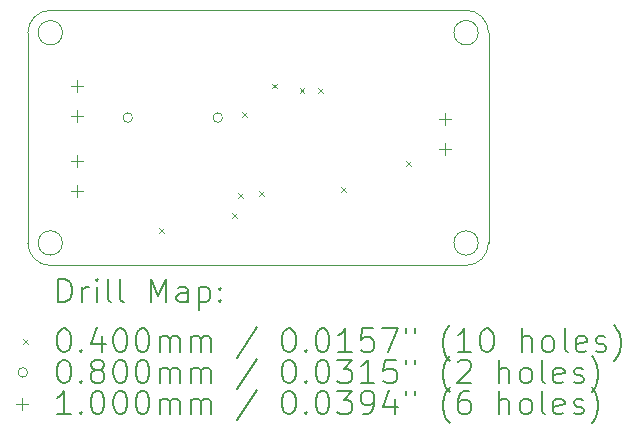
<source format=gbr>
%TF.GenerationSoftware,KiCad,Pcbnew,9.0.1*%
%TF.CreationDate,2025-07-01T21:06:53-04:00*%
%TF.ProjectId,Tiny Solar Power Suppy,54696e79-2053-46f6-9c61-7220506f7765,rev?*%
%TF.SameCoordinates,Original*%
%TF.FileFunction,Drillmap*%
%TF.FilePolarity,Positive*%
%FSLAX45Y45*%
G04 Gerber Fmt 4.5, Leading zero omitted, Abs format (unit mm)*
G04 Created by KiCad (PCBNEW 9.0.1) date 2025-07-01 21:06:53*
%MOMM*%
%LPD*%
G01*
G04 APERTURE LIST*
%ADD10C,0.050000*%
%ADD11C,0.200000*%
%ADD12C,0.100000*%
G04 APERTURE END LIST*
D10*
X9090000Y-13130000D02*
X9090000Y-11350000D01*
X12800000Y-13320000D02*
X9280000Y-13320000D01*
X12990000Y-11350000D02*
X12990000Y-13130000D01*
X9280000Y-11160000D02*
X12800000Y-11160000D01*
X9090000Y-11350000D02*
G75*
G02*
X9280000Y-11160000I190000J0D01*
G01*
X9280000Y-13320000D02*
G75*
G02*
X9090000Y-13130000I0J190000D01*
G01*
X12990000Y-13130000D02*
G75*
G02*
X12800000Y-13320000I-190000J0D01*
G01*
X12800000Y-11160000D02*
G75*
G02*
X12990000Y-11350000I0J-190000D01*
G01*
X9382956Y-13130000D02*
G75*
G02*
X9177044Y-13130000I-102956J0D01*
G01*
X9177044Y-13130000D02*
G75*
G02*
X9382956Y-13130000I102956J0D01*
G01*
X12902956Y-11350000D02*
G75*
G02*
X12697044Y-11350000I-102956J0D01*
G01*
X12697044Y-11350000D02*
G75*
G02*
X12902956Y-11350000I102956J0D01*
G01*
X9382956Y-11350000D02*
G75*
G02*
X9177044Y-11350000I-102956J0D01*
G01*
X9177044Y-11350000D02*
G75*
G02*
X9382956Y-11350000I102956J0D01*
G01*
X12902956Y-13130000D02*
G75*
G02*
X12697044Y-13130000I-102956J0D01*
G01*
X12697044Y-13130000D02*
G75*
G02*
X12902956Y-13130000I102956J0D01*
G01*
D11*
D12*
X10200000Y-13002600D02*
X10240000Y-13042600D01*
X10240000Y-13002600D02*
X10200000Y-13042600D01*
X10820000Y-12880000D02*
X10860000Y-12920000D01*
X10860000Y-12880000D02*
X10820000Y-12920000D01*
X10870000Y-12710000D02*
X10910000Y-12750000D01*
X10910000Y-12710000D02*
X10870000Y-12750000D01*
X10901250Y-12021250D02*
X10941250Y-12061250D01*
X10941250Y-12021250D02*
X10901250Y-12061250D01*
X11045000Y-12690000D02*
X11085000Y-12730000D01*
X11085000Y-12690000D02*
X11045000Y-12730000D01*
X11160000Y-11780000D02*
X11200000Y-11820000D01*
X11200000Y-11780000D02*
X11160000Y-11820000D01*
X11390780Y-11820000D02*
X11430780Y-11860000D01*
X11430780Y-11820000D02*
X11390780Y-11860000D01*
X11545780Y-11820000D02*
X11585780Y-11860000D01*
X11585780Y-11820000D02*
X11545780Y-11860000D01*
X11742500Y-12657500D02*
X11782500Y-12697500D01*
X11782500Y-12657500D02*
X11742500Y-12697500D01*
X12290000Y-12440000D02*
X12330000Y-12480000D01*
X12330000Y-12440000D02*
X12290000Y-12480000D01*
X9975500Y-12068750D02*
G75*
G02*
X9895500Y-12068750I-40000J0D01*
G01*
X9895500Y-12068750D02*
G75*
G02*
X9975500Y-12068750I40000J0D01*
G01*
X10737500Y-12068750D02*
G75*
G02*
X10657500Y-12068750I-40000J0D01*
G01*
X10657500Y-12068750D02*
G75*
G02*
X10737500Y-12068750I40000J0D01*
G01*
X9508500Y-11750000D02*
X9508500Y-11850000D01*
X9458500Y-11800000D02*
X9558500Y-11800000D01*
X9508500Y-12004000D02*
X9508500Y-12104000D01*
X9458500Y-12054000D02*
X9558500Y-12054000D01*
X9508500Y-12386000D02*
X9508500Y-12486000D01*
X9458500Y-12436000D02*
X9558500Y-12436000D01*
X9508500Y-12640000D02*
X9508500Y-12740000D01*
X9458500Y-12690000D02*
X9558500Y-12690000D01*
X12620000Y-12030000D02*
X12620000Y-12130000D01*
X12570000Y-12080000D02*
X12670000Y-12080000D01*
X12620000Y-12284000D02*
X12620000Y-12384000D01*
X12570000Y-12334000D02*
X12670000Y-12334000D01*
D11*
X9348277Y-13633984D02*
X9348277Y-13433984D01*
X9348277Y-13433984D02*
X9395896Y-13433984D01*
X9395896Y-13433984D02*
X9424467Y-13443508D01*
X9424467Y-13443508D02*
X9443515Y-13462555D01*
X9443515Y-13462555D02*
X9453039Y-13481603D01*
X9453039Y-13481603D02*
X9462563Y-13519698D01*
X9462563Y-13519698D02*
X9462563Y-13548269D01*
X9462563Y-13548269D02*
X9453039Y-13586365D01*
X9453039Y-13586365D02*
X9443515Y-13605412D01*
X9443515Y-13605412D02*
X9424467Y-13624460D01*
X9424467Y-13624460D02*
X9395896Y-13633984D01*
X9395896Y-13633984D02*
X9348277Y-13633984D01*
X9548277Y-13633984D02*
X9548277Y-13500650D01*
X9548277Y-13538746D02*
X9557801Y-13519698D01*
X9557801Y-13519698D02*
X9567324Y-13510174D01*
X9567324Y-13510174D02*
X9586372Y-13500650D01*
X9586372Y-13500650D02*
X9605420Y-13500650D01*
X9672086Y-13633984D02*
X9672086Y-13500650D01*
X9672086Y-13433984D02*
X9662563Y-13443508D01*
X9662563Y-13443508D02*
X9672086Y-13453031D01*
X9672086Y-13453031D02*
X9681610Y-13443508D01*
X9681610Y-13443508D02*
X9672086Y-13433984D01*
X9672086Y-13433984D02*
X9672086Y-13453031D01*
X9795896Y-13633984D02*
X9776848Y-13624460D01*
X9776848Y-13624460D02*
X9767324Y-13605412D01*
X9767324Y-13605412D02*
X9767324Y-13433984D01*
X9900658Y-13633984D02*
X9881610Y-13624460D01*
X9881610Y-13624460D02*
X9872086Y-13605412D01*
X9872086Y-13605412D02*
X9872086Y-13433984D01*
X10129229Y-13633984D02*
X10129229Y-13433984D01*
X10129229Y-13433984D02*
X10195896Y-13576841D01*
X10195896Y-13576841D02*
X10262563Y-13433984D01*
X10262563Y-13433984D02*
X10262563Y-13633984D01*
X10443515Y-13633984D02*
X10443515Y-13529222D01*
X10443515Y-13529222D02*
X10433991Y-13510174D01*
X10433991Y-13510174D02*
X10414944Y-13500650D01*
X10414944Y-13500650D02*
X10376848Y-13500650D01*
X10376848Y-13500650D02*
X10357801Y-13510174D01*
X10443515Y-13624460D02*
X10424467Y-13633984D01*
X10424467Y-13633984D02*
X10376848Y-13633984D01*
X10376848Y-13633984D02*
X10357801Y-13624460D01*
X10357801Y-13624460D02*
X10348277Y-13605412D01*
X10348277Y-13605412D02*
X10348277Y-13586365D01*
X10348277Y-13586365D02*
X10357801Y-13567317D01*
X10357801Y-13567317D02*
X10376848Y-13557793D01*
X10376848Y-13557793D02*
X10424467Y-13557793D01*
X10424467Y-13557793D02*
X10443515Y-13548269D01*
X10538753Y-13500650D02*
X10538753Y-13700650D01*
X10538753Y-13510174D02*
X10557801Y-13500650D01*
X10557801Y-13500650D02*
X10595896Y-13500650D01*
X10595896Y-13500650D02*
X10614944Y-13510174D01*
X10614944Y-13510174D02*
X10624467Y-13519698D01*
X10624467Y-13519698D02*
X10633991Y-13538746D01*
X10633991Y-13538746D02*
X10633991Y-13595888D01*
X10633991Y-13595888D02*
X10624467Y-13614936D01*
X10624467Y-13614936D02*
X10614944Y-13624460D01*
X10614944Y-13624460D02*
X10595896Y-13633984D01*
X10595896Y-13633984D02*
X10557801Y-13633984D01*
X10557801Y-13633984D02*
X10538753Y-13624460D01*
X10719705Y-13614936D02*
X10729229Y-13624460D01*
X10729229Y-13624460D02*
X10719705Y-13633984D01*
X10719705Y-13633984D02*
X10710182Y-13624460D01*
X10710182Y-13624460D02*
X10719705Y-13614936D01*
X10719705Y-13614936D02*
X10719705Y-13633984D01*
X10719705Y-13510174D02*
X10729229Y-13519698D01*
X10729229Y-13519698D02*
X10719705Y-13529222D01*
X10719705Y-13529222D02*
X10710182Y-13519698D01*
X10710182Y-13519698D02*
X10719705Y-13510174D01*
X10719705Y-13510174D02*
X10719705Y-13529222D01*
D12*
X9047500Y-13942500D02*
X9087500Y-13982500D01*
X9087500Y-13942500D02*
X9047500Y-13982500D01*
D11*
X9386372Y-13853984D02*
X9405420Y-13853984D01*
X9405420Y-13853984D02*
X9424467Y-13863508D01*
X9424467Y-13863508D02*
X9433991Y-13873031D01*
X9433991Y-13873031D02*
X9443515Y-13892079D01*
X9443515Y-13892079D02*
X9453039Y-13930174D01*
X9453039Y-13930174D02*
X9453039Y-13977793D01*
X9453039Y-13977793D02*
X9443515Y-14015888D01*
X9443515Y-14015888D02*
X9433991Y-14034936D01*
X9433991Y-14034936D02*
X9424467Y-14044460D01*
X9424467Y-14044460D02*
X9405420Y-14053984D01*
X9405420Y-14053984D02*
X9386372Y-14053984D01*
X9386372Y-14053984D02*
X9367324Y-14044460D01*
X9367324Y-14044460D02*
X9357801Y-14034936D01*
X9357801Y-14034936D02*
X9348277Y-14015888D01*
X9348277Y-14015888D02*
X9338753Y-13977793D01*
X9338753Y-13977793D02*
X9338753Y-13930174D01*
X9338753Y-13930174D02*
X9348277Y-13892079D01*
X9348277Y-13892079D02*
X9357801Y-13873031D01*
X9357801Y-13873031D02*
X9367324Y-13863508D01*
X9367324Y-13863508D02*
X9386372Y-13853984D01*
X9538753Y-14034936D02*
X9548277Y-14044460D01*
X9548277Y-14044460D02*
X9538753Y-14053984D01*
X9538753Y-14053984D02*
X9529229Y-14044460D01*
X9529229Y-14044460D02*
X9538753Y-14034936D01*
X9538753Y-14034936D02*
X9538753Y-14053984D01*
X9719705Y-13920650D02*
X9719705Y-14053984D01*
X9672086Y-13844460D02*
X9624467Y-13987317D01*
X9624467Y-13987317D02*
X9748277Y-13987317D01*
X9862563Y-13853984D02*
X9881610Y-13853984D01*
X9881610Y-13853984D02*
X9900658Y-13863508D01*
X9900658Y-13863508D02*
X9910182Y-13873031D01*
X9910182Y-13873031D02*
X9919705Y-13892079D01*
X9919705Y-13892079D02*
X9929229Y-13930174D01*
X9929229Y-13930174D02*
X9929229Y-13977793D01*
X9929229Y-13977793D02*
X9919705Y-14015888D01*
X9919705Y-14015888D02*
X9910182Y-14034936D01*
X9910182Y-14034936D02*
X9900658Y-14044460D01*
X9900658Y-14044460D02*
X9881610Y-14053984D01*
X9881610Y-14053984D02*
X9862563Y-14053984D01*
X9862563Y-14053984D02*
X9843515Y-14044460D01*
X9843515Y-14044460D02*
X9833991Y-14034936D01*
X9833991Y-14034936D02*
X9824467Y-14015888D01*
X9824467Y-14015888D02*
X9814944Y-13977793D01*
X9814944Y-13977793D02*
X9814944Y-13930174D01*
X9814944Y-13930174D02*
X9824467Y-13892079D01*
X9824467Y-13892079D02*
X9833991Y-13873031D01*
X9833991Y-13873031D02*
X9843515Y-13863508D01*
X9843515Y-13863508D02*
X9862563Y-13853984D01*
X10053039Y-13853984D02*
X10072086Y-13853984D01*
X10072086Y-13853984D02*
X10091134Y-13863508D01*
X10091134Y-13863508D02*
X10100658Y-13873031D01*
X10100658Y-13873031D02*
X10110182Y-13892079D01*
X10110182Y-13892079D02*
X10119705Y-13930174D01*
X10119705Y-13930174D02*
X10119705Y-13977793D01*
X10119705Y-13977793D02*
X10110182Y-14015888D01*
X10110182Y-14015888D02*
X10100658Y-14034936D01*
X10100658Y-14034936D02*
X10091134Y-14044460D01*
X10091134Y-14044460D02*
X10072086Y-14053984D01*
X10072086Y-14053984D02*
X10053039Y-14053984D01*
X10053039Y-14053984D02*
X10033991Y-14044460D01*
X10033991Y-14044460D02*
X10024467Y-14034936D01*
X10024467Y-14034936D02*
X10014944Y-14015888D01*
X10014944Y-14015888D02*
X10005420Y-13977793D01*
X10005420Y-13977793D02*
X10005420Y-13930174D01*
X10005420Y-13930174D02*
X10014944Y-13892079D01*
X10014944Y-13892079D02*
X10024467Y-13873031D01*
X10024467Y-13873031D02*
X10033991Y-13863508D01*
X10033991Y-13863508D02*
X10053039Y-13853984D01*
X10205420Y-14053984D02*
X10205420Y-13920650D01*
X10205420Y-13939698D02*
X10214944Y-13930174D01*
X10214944Y-13930174D02*
X10233991Y-13920650D01*
X10233991Y-13920650D02*
X10262563Y-13920650D01*
X10262563Y-13920650D02*
X10281610Y-13930174D01*
X10281610Y-13930174D02*
X10291134Y-13949222D01*
X10291134Y-13949222D02*
X10291134Y-14053984D01*
X10291134Y-13949222D02*
X10300658Y-13930174D01*
X10300658Y-13930174D02*
X10319705Y-13920650D01*
X10319705Y-13920650D02*
X10348277Y-13920650D01*
X10348277Y-13920650D02*
X10367325Y-13930174D01*
X10367325Y-13930174D02*
X10376848Y-13949222D01*
X10376848Y-13949222D02*
X10376848Y-14053984D01*
X10472086Y-14053984D02*
X10472086Y-13920650D01*
X10472086Y-13939698D02*
X10481610Y-13930174D01*
X10481610Y-13930174D02*
X10500658Y-13920650D01*
X10500658Y-13920650D02*
X10529229Y-13920650D01*
X10529229Y-13920650D02*
X10548277Y-13930174D01*
X10548277Y-13930174D02*
X10557801Y-13949222D01*
X10557801Y-13949222D02*
X10557801Y-14053984D01*
X10557801Y-13949222D02*
X10567325Y-13930174D01*
X10567325Y-13930174D02*
X10586372Y-13920650D01*
X10586372Y-13920650D02*
X10614944Y-13920650D01*
X10614944Y-13920650D02*
X10633991Y-13930174D01*
X10633991Y-13930174D02*
X10643515Y-13949222D01*
X10643515Y-13949222D02*
X10643515Y-14053984D01*
X11033991Y-13844460D02*
X10862563Y-14101603D01*
X11291134Y-13853984D02*
X11310182Y-13853984D01*
X11310182Y-13853984D02*
X11329229Y-13863508D01*
X11329229Y-13863508D02*
X11338753Y-13873031D01*
X11338753Y-13873031D02*
X11348277Y-13892079D01*
X11348277Y-13892079D02*
X11357801Y-13930174D01*
X11357801Y-13930174D02*
X11357801Y-13977793D01*
X11357801Y-13977793D02*
X11348277Y-14015888D01*
X11348277Y-14015888D02*
X11338753Y-14034936D01*
X11338753Y-14034936D02*
X11329229Y-14044460D01*
X11329229Y-14044460D02*
X11310182Y-14053984D01*
X11310182Y-14053984D02*
X11291134Y-14053984D01*
X11291134Y-14053984D02*
X11272086Y-14044460D01*
X11272086Y-14044460D02*
X11262563Y-14034936D01*
X11262563Y-14034936D02*
X11253039Y-14015888D01*
X11253039Y-14015888D02*
X11243515Y-13977793D01*
X11243515Y-13977793D02*
X11243515Y-13930174D01*
X11243515Y-13930174D02*
X11253039Y-13892079D01*
X11253039Y-13892079D02*
X11262563Y-13873031D01*
X11262563Y-13873031D02*
X11272086Y-13863508D01*
X11272086Y-13863508D02*
X11291134Y-13853984D01*
X11443515Y-14034936D02*
X11453039Y-14044460D01*
X11453039Y-14044460D02*
X11443515Y-14053984D01*
X11443515Y-14053984D02*
X11433991Y-14044460D01*
X11433991Y-14044460D02*
X11443515Y-14034936D01*
X11443515Y-14034936D02*
X11443515Y-14053984D01*
X11576848Y-13853984D02*
X11595896Y-13853984D01*
X11595896Y-13853984D02*
X11614944Y-13863508D01*
X11614944Y-13863508D02*
X11624467Y-13873031D01*
X11624467Y-13873031D02*
X11633991Y-13892079D01*
X11633991Y-13892079D02*
X11643515Y-13930174D01*
X11643515Y-13930174D02*
X11643515Y-13977793D01*
X11643515Y-13977793D02*
X11633991Y-14015888D01*
X11633991Y-14015888D02*
X11624467Y-14034936D01*
X11624467Y-14034936D02*
X11614944Y-14044460D01*
X11614944Y-14044460D02*
X11595896Y-14053984D01*
X11595896Y-14053984D02*
X11576848Y-14053984D01*
X11576848Y-14053984D02*
X11557801Y-14044460D01*
X11557801Y-14044460D02*
X11548277Y-14034936D01*
X11548277Y-14034936D02*
X11538753Y-14015888D01*
X11538753Y-14015888D02*
X11529229Y-13977793D01*
X11529229Y-13977793D02*
X11529229Y-13930174D01*
X11529229Y-13930174D02*
X11538753Y-13892079D01*
X11538753Y-13892079D02*
X11548277Y-13873031D01*
X11548277Y-13873031D02*
X11557801Y-13863508D01*
X11557801Y-13863508D02*
X11576848Y-13853984D01*
X11833991Y-14053984D02*
X11719706Y-14053984D01*
X11776848Y-14053984D02*
X11776848Y-13853984D01*
X11776848Y-13853984D02*
X11757801Y-13882555D01*
X11757801Y-13882555D02*
X11738753Y-13901603D01*
X11738753Y-13901603D02*
X11719706Y-13911127D01*
X12014944Y-13853984D02*
X11919706Y-13853984D01*
X11919706Y-13853984D02*
X11910182Y-13949222D01*
X11910182Y-13949222D02*
X11919706Y-13939698D01*
X11919706Y-13939698D02*
X11938753Y-13930174D01*
X11938753Y-13930174D02*
X11986372Y-13930174D01*
X11986372Y-13930174D02*
X12005420Y-13939698D01*
X12005420Y-13939698D02*
X12014944Y-13949222D01*
X12014944Y-13949222D02*
X12024467Y-13968269D01*
X12024467Y-13968269D02*
X12024467Y-14015888D01*
X12024467Y-14015888D02*
X12014944Y-14034936D01*
X12014944Y-14034936D02*
X12005420Y-14044460D01*
X12005420Y-14044460D02*
X11986372Y-14053984D01*
X11986372Y-14053984D02*
X11938753Y-14053984D01*
X11938753Y-14053984D02*
X11919706Y-14044460D01*
X11919706Y-14044460D02*
X11910182Y-14034936D01*
X12091134Y-13853984D02*
X12224467Y-13853984D01*
X12224467Y-13853984D02*
X12138753Y-14053984D01*
X12291134Y-13853984D02*
X12291134Y-13892079D01*
X12367325Y-13853984D02*
X12367325Y-13892079D01*
X12662563Y-14130174D02*
X12653039Y-14120650D01*
X12653039Y-14120650D02*
X12633991Y-14092079D01*
X12633991Y-14092079D02*
X12624468Y-14073031D01*
X12624468Y-14073031D02*
X12614944Y-14044460D01*
X12614944Y-14044460D02*
X12605420Y-13996841D01*
X12605420Y-13996841D02*
X12605420Y-13958746D01*
X12605420Y-13958746D02*
X12614944Y-13911127D01*
X12614944Y-13911127D02*
X12624468Y-13882555D01*
X12624468Y-13882555D02*
X12633991Y-13863508D01*
X12633991Y-13863508D02*
X12653039Y-13834936D01*
X12653039Y-13834936D02*
X12662563Y-13825412D01*
X12843515Y-14053984D02*
X12729229Y-14053984D01*
X12786372Y-14053984D02*
X12786372Y-13853984D01*
X12786372Y-13853984D02*
X12767325Y-13882555D01*
X12767325Y-13882555D02*
X12748277Y-13901603D01*
X12748277Y-13901603D02*
X12729229Y-13911127D01*
X12967325Y-13853984D02*
X12986372Y-13853984D01*
X12986372Y-13853984D02*
X13005420Y-13863508D01*
X13005420Y-13863508D02*
X13014944Y-13873031D01*
X13014944Y-13873031D02*
X13024468Y-13892079D01*
X13024468Y-13892079D02*
X13033991Y-13930174D01*
X13033991Y-13930174D02*
X13033991Y-13977793D01*
X13033991Y-13977793D02*
X13024468Y-14015888D01*
X13024468Y-14015888D02*
X13014944Y-14034936D01*
X13014944Y-14034936D02*
X13005420Y-14044460D01*
X13005420Y-14044460D02*
X12986372Y-14053984D01*
X12986372Y-14053984D02*
X12967325Y-14053984D01*
X12967325Y-14053984D02*
X12948277Y-14044460D01*
X12948277Y-14044460D02*
X12938753Y-14034936D01*
X12938753Y-14034936D02*
X12929229Y-14015888D01*
X12929229Y-14015888D02*
X12919706Y-13977793D01*
X12919706Y-13977793D02*
X12919706Y-13930174D01*
X12919706Y-13930174D02*
X12929229Y-13892079D01*
X12929229Y-13892079D02*
X12938753Y-13873031D01*
X12938753Y-13873031D02*
X12948277Y-13863508D01*
X12948277Y-13863508D02*
X12967325Y-13853984D01*
X13272087Y-14053984D02*
X13272087Y-13853984D01*
X13357801Y-14053984D02*
X13357801Y-13949222D01*
X13357801Y-13949222D02*
X13348277Y-13930174D01*
X13348277Y-13930174D02*
X13329230Y-13920650D01*
X13329230Y-13920650D02*
X13300658Y-13920650D01*
X13300658Y-13920650D02*
X13281610Y-13930174D01*
X13281610Y-13930174D02*
X13272087Y-13939698D01*
X13481610Y-14053984D02*
X13462563Y-14044460D01*
X13462563Y-14044460D02*
X13453039Y-14034936D01*
X13453039Y-14034936D02*
X13443515Y-14015888D01*
X13443515Y-14015888D02*
X13443515Y-13958746D01*
X13443515Y-13958746D02*
X13453039Y-13939698D01*
X13453039Y-13939698D02*
X13462563Y-13930174D01*
X13462563Y-13930174D02*
X13481610Y-13920650D01*
X13481610Y-13920650D02*
X13510182Y-13920650D01*
X13510182Y-13920650D02*
X13529230Y-13930174D01*
X13529230Y-13930174D02*
X13538753Y-13939698D01*
X13538753Y-13939698D02*
X13548277Y-13958746D01*
X13548277Y-13958746D02*
X13548277Y-14015888D01*
X13548277Y-14015888D02*
X13538753Y-14034936D01*
X13538753Y-14034936D02*
X13529230Y-14044460D01*
X13529230Y-14044460D02*
X13510182Y-14053984D01*
X13510182Y-14053984D02*
X13481610Y-14053984D01*
X13662563Y-14053984D02*
X13643515Y-14044460D01*
X13643515Y-14044460D02*
X13633991Y-14025412D01*
X13633991Y-14025412D02*
X13633991Y-13853984D01*
X13814944Y-14044460D02*
X13795896Y-14053984D01*
X13795896Y-14053984D02*
X13757801Y-14053984D01*
X13757801Y-14053984D02*
X13738753Y-14044460D01*
X13738753Y-14044460D02*
X13729230Y-14025412D01*
X13729230Y-14025412D02*
X13729230Y-13949222D01*
X13729230Y-13949222D02*
X13738753Y-13930174D01*
X13738753Y-13930174D02*
X13757801Y-13920650D01*
X13757801Y-13920650D02*
X13795896Y-13920650D01*
X13795896Y-13920650D02*
X13814944Y-13930174D01*
X13814944Y-13930174D02*
X13824468Y-13949222D01*
X13824468Y-13949222D02*
X13824468Y-13968269D01*
X13824468Y-13968269D02*
X13729230Y-13987317D01*
X13900658Y-14044460D02*
X13919706Y-14053984D01*
X13919706Y-14053984D02*
X13957801Y-14053984D01*
X13957801Y-14053984D02*
X13976849Y-14044460D01*
X13976849Y-14044460D02*
X13986372Y-14025412D01*
X13986372Y-14025412D02*
X13986372Y-14015888D01*
X13986372Y-14015888D02*
X13976849Y-13996841D01*
X13976849Y-13996841D02*
X13957801Y-13987317D01*
X13957801Y-13987317D02*
X13929230Y-13987317D01*
X13929230Y-13987317D02*
X13910182Y-13977793D01*
X13910182Y-13977793D02*
X13900658Y-13958746D01*
X13900658Y-13958746D02*
X13900658Y-13949222D01*
X13900658Y-13949222D02*
X13910182Y-13930174D01*
X13910182Y-13930174D02*
X13929230Y-13920650D01*
X13929230Y-13920650D02*
X13957801Y-13920650D01*
X13957801Y-13920650D02*
X13976849Y-13930174D01*
X14053039Y-14130174D02*
X14062563Y-14120650D01*
X14062563Y-14120650D02*
X14081611Y-14092079D01*
X14081611Y-14092079D02*
X14091134Y-14073031D01*
X14091134Y-14073031D02*
X14100658Y-14044460D01*
X14100658Y-14044460D02*
X14110182Y-13996841D01*
X14110182Y-13996841D02*
X14110182Y-13958746D01*
X14110182Y-13958746D02*
X14100658Y-13911127D01*
X14100658Y-13911127D02*
X14091134Y-13882555D01*
X14091134Y-13882555D02*
X14081611Y-13863508D01*
X14081611Y-13863508D02*
X14062563Y-13834936D01*
X14062563Y-13834936D02*
X14053039Y-13825412D01*
D12*
X9087500Y-14226500D02*
G75*
G02*
X9007500Y-14226500I-40000J0D01*
G01*
X9007500Y-14226500D02*
G75*
G02*
X9087500Y-14226500I40000J0D01*
G01*
D11*
X9386372Y-14117984D02*
X9405420Y-14117984D01*
X9405420Y-14117984D02*
X9424467Y-14127508D01*
X9424467Y-14127508D02*
X9433991Y-14137031D01*
X9433991Y-14137031D02*
X9443515Y-14156079D01*
X9443515Y-14156079D02*
X9453039Y-14194174D01*
X9453039Y-14194174D02*
X9453039Y-14241793D01*
X9453039Y-14241793D02*
X9443515Y-14279888D01*
X9443515Y-14279888D02*
X9433991Y-14298936D01*
X9433991Y-14298936D02*
X9424467Y-14308460D01*
X9424467Y-14308460D02*
X9405420Y-14317984D01*
X9405420Y-14317984D02*
X9386372Y-14317984D01*
X9386372Y-14317984D02*
X9367324Y-14308460D01*
X9367324Y-14308460D02*
X9357801Y-14298936D01*
X9357801Y-14298936D02*
X9348277Y-14279888D01*
X9348277Y-14279888D02*
X9338753Y-14241793D01*
X9338753Y-14241793D02*
X9338753Y-14194174D01*
X9338753Y-14194174D02*
X9348277Y-14156079D01*
X9348277Y-14156079D02*
X9357801Y-14137031D01*
X9357801Y-14137031D02*
X9367324Y-14127508D01*
X9367324Y-14127508D02*
X9386372Y-14117984D01*
X9538753Y-14298936D02*
X9548277Y-14308460D01*
X9548277Y-14308460D02*
X9538753Y-14317984D01*
X9538753Y-14317984D02*
X9529229Y-14308460D01*
X9529229Y-14308460D02*
X9538753Y-14298936D01*
X9538753Y-14298936D02*
X9538753Y-14317984D01*
X9662563Y-14203698D02*
X9643515Y-14194174D01*
X9643515Y-14194174D02*
X9633991Y-14184650D01*
X9633991Y-14184650D02*
X9624467Y-14165603D01*
X9624467Y-14165603D02*
X9624467Y-14156079D01*
X9624467Y-14156079D02*
X9633991Y-14137031D01*
X9633991Y-14137031D02*
X9643515Y-14127508D01*
X9643515Y-14127508D02*
X9662563Y-14117984D01*
X9662563Y-14117984D02*
X9700658Y-14117984D01*
X9700658Y-14117984D02*
X9719705Y-14127508D01*
X9719705Y-14127508D02*
X9729229Y-14137031D01*
X9729229Y-14137031D02*
X9738753Y-14156079D01*
X9738753Y-14156079D02*
X9738753Y-14165603D01*
X9738753Y-14165603D02*
X9729229Y-14184650D01*
X9729229Y-14184650D02*
X9719705Y-14194174D01*
X9719705Y-14194174D02*
X9700658Y-14203698D01*
X9700658Y-14203698D02*
X9662563Y-14203698D01*
X9662563Y-14203698D02*
X9643515Y-14213222D01*
X9643515Y-14213222D02*
X9633991Y-14222746D01*
X9633991Y-14222746D02*
X9624467Y-14241793D01*
X9624467Y-14241793D02*
X9624467Y-14279888D01*
X9624467Y-14279888D02*
X9633991Y-14298936D01*
X9633991Y-14298936D02*
X9643515Y-14308460D01*
X9643515Y-14308460D02*
X9662563Y-14317984D01*
X9662563Y-14317984D02*
X9700658Y-14317984D01*
X9700658Y-14317984D02*
X9719705Y-14308460D01*
X9719705Y-14308460D02*
X9729229Y-14298936D01*
X9729229Y-14298936D02*
X9738753Y-14279888D01*
X9738753Y-14279888D02*
X9738753Y-14241793D01*
X9738753Y-14241793D02*
X9729229Y-14222746D01*
X9729229Y-14222746D02*
X9719705Y-14213222D01*
X9719705Y-14213222D02*
X9700658Y-14203698D01*
X9862563Y-14117984D02*
X9881610Y-14117984D01*
X9881610Y-14117984D02*
X9900658Y-14127508D01*
X9900658Y-14127508D02*
X9910182Y-14137031D01*
X9910182Y-14137031D02*
X9919705Y-14156079D01*
X9919705Y-14156079D02*
X9929229Y-14194174D01*
X9929229Y-14194174D02*
X9929229Y-14241793D01*
X9929229Y-14241793D02*
X9919705Y-14279888D01*
X9919705Y-14279888D02*
X9910182Y-14298936D01*
X9910182Y-14298936D02*
X9900658Y-14308460D01*
X9900658Y-14308460D02*
X9881610Y-14317984D01*
X9881610Y-14317984D02*
X9862563Y-14317984D01*
X9862563Y-14317984D02*
X9843515Y-14308460D01*
X9843515Y-14308460D02*
X9833991Y-14298936D01*
X9833991Y-14298936D02*
X9824467Y-14279888D01*
X9824467Y-14279888D02*
X9814944Y-14241793D01*
X9814944Y-14241793D02*
X9814944Y-14194174D01*
X9814944Y-14194174D02*
X9824467Y-14156079D01*
X9824467Y-14156079D02*
X9833991Y-14137031D01*
X9833991Y-14137031D02*
X9843515Y-14127508D01*
X9843515Y-14127508D02*
X9862563Y-14117984D01*
X10053039Y-14117984D02*
X10072086Y-14117984D01*
X10072086Y-14117984D02*
X10091134Y-14127508D01*
X10091134Y-14127508D02*
X10100658Y-14137031D01*
X10100658Y-14137031D02*
X10110182Y-14156079D01*
X10110182Y-14156079D02*
X10119705Y-14194174D01*
X10119705Y-14194174D02*
X10119705Y-14241793D01*
X10119705Y-14241793D02*
X10110182Y-14279888D01*
X10110182Y-14279888D02*
X10100658Y-14298936D01*
X10100658Y-14298936D02*
X10091134Y-14308460D01*
X10091134Y-14308460D02*
X10072086Y-14317984D01*
X10072086Y-14317984D02*
X10053039Y-14317984D01*
X10053039Y-14317984D02*
X10033991Y-14308460D01*
X10033991Y-14308460D02*
X10024467Y-14298936D01*
X10024467Y-14298936D02*
X10014944Y-14279888D01*
X10014944Y-14279888D02*
X10005420Y-14241793D01*
X10005420Y-14241793D02*
X10005420Y-14194174D01*
X10005420Y-14194174D02*
X10014944Y-14156079D01*
X10014944Y-14156079D02*
X10024467Y-14137031D01*
X10024467Y-14137031D02*
X10033991Y-14127508D01*
X10033991Y-14127508D02*
X10053039Y-14117984D01*
X10205420Y-14317984D02*
X10205420Y-14184650D01*
X10205420Y-14203698D02*
X10214944Y-14194174D01*
X10214944Y-14194174D02*
X10233991Y-14184650D01*
X10233991Y-14184650D02*
X10262563Y-14184650D01*
X10262563Y-14184650D02*
X10281610Y-14194174D01*
X10281610Y-14194174D02*
X10291134Y-14213222D01*
X10291134Y-14213222D02*
X10291134Y-14317984D01*
X10291134Y-14213222D02*
X10300658Y-14194174D01*
X10300658Y-14194174D02*
X10319705Y-14184650D01*
X10319705Y-14184650D02*
X10348277Y-14184650D01*
X10348277Y-14184650D02*
X10367325Y-14194174D01*
X10367325Y-14194174D02*
X10376848Y-14213222D01*
X10376848Y-14213222D02*
X10376848Y-14317984D01*
X10472086Y-14317984D02*
X10472086Y-14184650D01*
X10472086Y-14203698D02*
X10481610Y-14194174D01*
X10481610Y-14194174D02*
X10500658Y-14184650D01*
X10500658Y-14184650D02*
X10529229Y-14184650D01*
X10529229Y-14184650D02*
X10548277Y-14194174D01*
X10548277Y-14194174D02*
X10557801Y-14213222D01*
X10557801Y-14213222D02*
X10557801Y-14317984D01*
X10557801Y-14213222D02*
X10567325Y-14194174D01*
X10567325Y-14194174D02*
X10586372Y-14184650D01*
X10586372Y-14184650D02*
X10614944Y-14184650D01*
X10614944Y-14184650D02*
X10633991Y-14194174D01*
X10633991Y-14194174D02*
X10643515Y-14213222D01*
X10643515Y-14213222D02*
X10643515Y-14317984D01*
X11033991Y-14108460D02*
X10862563Y-14365603D01*
X11291134Y-14117984D02*
X11310182Y-14117984D01*
X11310182Y-14117984D02*
X11329229Y-14127508D01*
X11329229Y-14127508D02*
X11338753Y-14137031D01*
X11338753Y-14137031D02*
X11348277Y-14156079D01*
X11348277Y-14156079D02*
X11357801Y-14194174D01*
X11357801Y-14194174D02*
X11357801Y-14241793D01*
X11357801Y-14241793D02*
X11348277Y-14279888D01*
X11348277Y-14279888D02*
X11338753Y-14298936D01*
X11338753Y-14298936D02*
X11329229Y-14308460D01*
X11329229Y-14308460D02*
X11310182Y-14317984D01*
X11310182Y-14317984D02*
X11291134Y-14317984D01*
X11291134Y-14317984D02*
X11272086Y-14308460D01*
X11272086Y-14308460D02*
X11262563Y-14298936D01*
X11262563Y-14298936D02*
X11253039Y-14279888D01*
X11253039Y-14279888D02*
X11243515Y-14241793D01*
X11243515Y-14241793D02*
X11243515Y-14194174D01*
X11243515Y-14194174D02*
X11253039Y-14156079D01*
X11253039Y-14156079D02*
X11262563Y-14137031D01*
X11262563Y-14137031D02*
X11272086Y-14127508D01*
X11272086Y-14127508D02*
X11291134Y-14117984D01*
X11443515Y-14298936D02*
X11453039Y-14308460D01*
X11453039Y-14308460D02*
X11443515Y-14317984D01*
X11443515Y-14317984D02*
X11433991Y-14308460D01*
X11433991Y-14308460D02*
X11443515Y-14298936D01*
X11443515Y-14298936D02*
X11443515Y-14317984D01*
X11576848Y-14117984D02*
X11595896Y-14117984D01*
X11595896Y-14117984D02*
X11614944Y-14127508D01*
X11614944Y-14127508D02*
X11624467Y-14137031D01*
X11624467Y-14137031D02*
X11633991Y-14156079D01*
X11633991Y-14156079D02*
X11643515Y-14194174D01*
X11643515Y-14194174D02*
X11643515Y-14241793D01*
X11643515Y-14241793D02*
X11633991Y-14279888D01*
X11633991Y-14279888D02*
X11624467Y-14298936D01*
X11624467Y-14298936D02*
X11614944Y-14308460D01*
X11614944Y-14308460D02*
X11595896Y-14317984D01*
X11595896Y-14317984D02*
X11576848Y-14317984D01*
X11576848Y-14317984D02*
X11557801Y-14308460D01*
X11557801Y-14308460D02*
X11548277Y-14298936D01*
X11548277Y-14298936D02*
X11538753Y-14279888D01*
X11538753Y-14279888D02*
X11529229Y-14241793D01*
X11529229Y-14241793D02*
X11529229Y-14194174D01*
X11529229Y-14194174D02*
X11538753Y-14156079D01*
X11538753Y-14156079D02*
X11548277Y-14137031D01*
X11548277Y-14137031D02*
X11557801Y-14127508D01*
X11557801Y-14127508D02*
X11576848Y-14117984D01*
X11710182Y-14117984D02*
X11833991Y-14117984D01*
X11833991Y-14117984D02*
X11767325Y-14194174D01*
X11767325Y-14194174D02*
X11795896Y-14194174D01*
X11795896Y-14194174D02*
X11814944Y-14203698D01*
X11814944Y-14203698D02*
X11824467Y-14213222D01*
X11824467Y-14213222D02*
X11833991Y-14232269D01*
X11833991Y-14232269D02*
X11833991Y-14279888D01*
X11833991Y-14279888D02*
X11824467Y-14298936D01*
X11824467Y-14298936D02*
X11814944Y-14308460D01*
X11814944Y-14308460D02*
X11795896Y-14317984D01*
X11795896Y-14317984D02*
X11738753Y-14317984D01*
X11738753Y-14317984D02*
X11719706Y-14308460D01*
X11719706Y-14308460D02*
X11710182Y-14298936D01*
X12024467Y-14317984D02*
X11910182Y-14317984D01*
X11967325Y-14317984D02*
X11967325Y-14117984D01*
X11967325Y-14117984D02*
X11948277Y-14146555D01*
X11948277Y-14146555D02*
X11929229Y-14165603D01*
X11929229Y-14165603D02*
X11910182Y-14175127D01*
X12205420Y-14117984D02*
X12110182Y-14117984D01*
X12110182Y-14117984D02*
X12100658Y-14213222D01*
X12100658Y-14213222D02*
X12110182Y-14203698D01*
X12110182Y-14203698D02*
X12129229Y-14194174D01*
X12129229Y-14194174D02*
X12176848Y-14194174D01*
X12176848Y-14194174D02*
X12195896Y-14203698D01*
X12195896Y-14203698D02*
X12205420Y-14213222D01*
X12205420Y-14213222D02*
X12214944Y-14232269D01*
X12214944Y-14232269D02*
X12214944Y-14279888D01*
X12214944Y-14279888D02*
X12205420Y-14298936D01*
X12205420Y-14298936D02*
X12195896Y-14308460D01*
X12195896Y-14308460D02*
X12176848Y-14317984D01*
X12176848Y-14317984D02*
X12129229Y-14317984D01*
X12129229Y-14317984D02*
X12110182Y-14308460D01*
X12110182Y-14308460D02*
X12100658Y-14298936D01*
X12291134Y-14117984D02*
X12291134Y-14156079D01*
X12367325Y-14117984D02*
X12367325Y-14156079D01*
X12662563Y-14394174D02*
X12653039Y-14384650D01*
X12653039Y-14384650D02*
X12633991Y-14356079D01*
X12633991Y-14356079D02*
X12624468Y-14337031D01*
X12624468Y-14337031D02*
X12614944Y-14308460D01*
X12614944Y-14308460D02*
X12605420Y-14260841D01*
X12605420Y-14260841D02*
X12605420Y-14222746D01*
X12605420Y-14222746D02*
X12614944Y-14175127D01*
X12614944Y-14175127D02*
X12624468Y-14146555D01*
X12624468Y-14146555D02*
X12633991Y-14127508D01*
X12633991Y-14127508D02*
X12653039Y-14098936D01*
X12653039Y-14098936D02*
X12662563Y-14089412D01*
X12729229Y-14137031D02*
X12738753Y-14127508D01*
X12738753Y-14127508D02*
X12757801Y-14117984D01*
X12757801Y-14117984D02*
X12805420Y-14117984D01*
X12805420Y-14117984D02*
X12824468Y-14127508D01*
X12824468Y-14127508D02*
X12833991Y-14137031D01*
X12833991Y-14137031D02*
X12843515Y-14156079D01*
X12843515Y-14156079D02*
X12843515Y-14175127D01*
X12843515Y-14175127D02*
X12833991Y-14203698D01*
X12833991Y-14203698D02*
X12719706Y-14317984D01*
X12719706Y-14317984D02*
X12843515Y-14317984D01*
X13081610Y-14317984D02*
X13081610Y-14117984D01*
X13167325Y-14317984D02*
X13167325Y-14213222D01*
X13167325Y-14213222D02*
X13157801Y-14194174D01*
X13157801Y-14194174D02*
X13138753Y-14184650D01*
X13138753Y-14184650D02*
X13110182Y-14184650D01*
X13110182Y-14184650D02*
X13091134Y-14194174D01*
X13091134Y-14194174D02*
X13081610Y-14203698D01*
X13291134Y-14317984D02*
X13272087Y-14308460D01*
X13272087Y-14308460D02*
X13262563Y-14298936D01*
X13262563Y-14298936D02*
X13253039Y-14279888D01*
X13253039Y-14279888D02*
X13253039Y-14222746D01*
X13253039Y-14222746D02*
X13262563Y-14203698D01*
X13262563Y-14203698D02*
X13272087Y-14194174D01*
X13272087Y-14194174D02*
X13291134Y-14184650D01*
X13291134Y-14184650D02*
X13319706Y-14184650D01*
X13319706Y-14184650D02*
X13338753Y-14194174D01*
X13338753Y-14194174D02*
X13348277Y-14203698D01*
X13348277Y-14203698D02*
X13357801Y-14222746D01*
X13357801Y-14222746D02*
X13357801Y-14279888D01*
X13357801Y-14279888D02*
X13348277Y-14298936D01*
X13348277Y-14298936D02*
X13338753Y-14308460D01*
X13338753Y-14308460D02*
X13319706Y-14317984D01*
X13319706Y-14317984D02*
X13291134Y-14317984D01*
X13472087Y-14317984D02*
X13453039Y-14308460D01*
X13453039Y-14308460D02*
X13443515Y-14289412D01*
X13443515Y-14289412D02*
X13443515Y-14117984D01*
X13624468Y-14308460D02*
X13605420Y-14317984D01*
X13605420Y-14317984D02*
X13567325Y-14317984D01*
X13567325Y-14317984D02*
X13548277Y-14308460D01*
X13548277Y-14308460D02*
X13538753Y-14289412D01*
X13538753Y-14289412D02*
X13538753Y-14213222D01*
X13538753Y-14213222D02*
X13548277Y-14194174D01*
X13548277Y-14194174D02*
X13567325Y-14184650D01*
X13567325Y-14184650D02*
X13605420Y-14184650D01*
X13605420Y-14184650D02*
X13624468Y-14194174D01*
X13624468Y-14194174D02*
X13633991Y-14213222D01*
X13633991Y-14213222D02*
X13633991Y-14232269D01*
X13633991Y-14232269D02*
X13538753Y-14251317D01*
X13710182Y-14308460D02*
X13729230Y-14317984D01*
X13729230Y-14317984D02*
X13767325Y-14317984D01*
X13767325Y-14317984D02*
X13786372Y-14308460D01*
X13786372Y-14308460D02*
X13795896Y-14289412D01*
X13795896Y-14289412D02*
X13795896Y-14279888D01*
X13795896Y-14279888D02*
X13786372Y-14260841D01*
X13786372Y-14260841D02*
X13767325Y-14251317D01*
X13767325Y-14251317D02*
X13738753Y-14251317D01*
X13738753Y-14251317D02*
X13719706Y-14241793D01*
X13719706Y-14241793D02*
X13710182Y-14222746D01*
X13710182Y-14222746D02*
X13710182Y-14213222D01*
X13710182Y-14213222D02*
X13719706Y-14194174D01*
X13719706Y-14194174D02*
X13738753Y-14184650D01*
X13738753Y-14184650D02*
X13767325Y-14184650D01*
X13767325Y-14184650D02*
X13786372Y-14194174D01*
X13862563Y-14394174D02*
X13872087Y-14384650D01*
X13872087Y-14384650D02*
X13891134Y-14356079D01*
X13891134Y-14356079D02*
X13900658Y-14337031D01*
X13900658Y-14337031D02*
X13910182Y-14308460D01*
X13910182Y-14308460D02*
X13919706Y-14260841D01*
X13919706Y-14260841D02*
X13919706Y-14222746D01*
X13919706Y-14222746D02*
X13910182Y-14175127D01*
X13910182Y-14175127D02*
X13900658Y-14146555D01*
X13900658Y-14146555D02*
X13891134Y-14127508D01*
X13891134Y-14127508D02*
X13872087Y-14098936D01*
X13872087Y-14098936D02*
X13862563Y-14089412D01*
D12*
X9037500Y-14440500D02*
X9037500Y-14540500D01*
X8987500Y-14490500D02*
X9087500Y-14490500D01*
D11*
X9453039Y-14581984D02*
X9338753Y-14581984D01*
X9395896Y-14581984D02*
X9395896Y-14381984D01*
X9395896Y-14381984D02*
X9376848Y-14410555D01*
X9376848Y-14410555D02*
X9357801Y-14429603D01*
X9357801Y-14429603D02*
X9338753Y-14439127D01*
X9538753Y-14562936D02*
X9548277Y-14572460D01*
X9548277Y-14572460D02*
X9538753Y-14581984D01*
X9538753Y-14581984D02*
X9529229Y-14572460D01*
X9529229Y-14572460D02*
X9538753Y-14562936D01*
X9538753Y-14562936D02*
X9538753Y-14581984D01*
X9672086Y-14381984D02*
X9691134Y-14381984D01*
X9691134Y-14381984D02*
X9710182Y-14391508D01*
X9710182Y-14391508D02*
X9719705Y-14401031D01*
X9719705Y-14401031D02*
X9729229Y-14420079D01*
X9729229Y-14420079D02*
X9738753Y-14458174D01*
X9738753Y-14458174D02*
X9738753Y-14505793D01*
X9738753Y-14505793D02*
X9729229Y-14543888D01*
X9729229Y-14543888D02*
X9719705Y-14562936D01*
X9719705Y-14562936D02*
X9710182Y-14572460D01*
X9710182Y-14572460D02*
X9691134Y-14581984D01*
X9691134Y-14581984D02*
X9672086Y-14581984D01*
X9672086Y-14581984D02*
X9653039Y-14572460D01*
X9653039Y-14572460D02*
X9643515Y-14562936D01*
X9643515Y-14562936D02*
X9633991Y-14543888D01*
X9633991Y-14543888D02*
X9624467Y-14505793D01*
X9624467Y-14505793D02*
X9624467Y-14458174D01*
X9624467Y-14458174D02*
X9633991Y-14420079D01*
X9633991Y-14420079D02*
X9643515Y-14401031D01*
X9643515Y-14401031D02*
X9653039Y-14391508D01*
X9653039Y-14391508D02*
X9672086Y-14381984D01*
X9862563Y-14381984D02*
X9881610Y-14381984D01*
X9881610Y-14381984D02*
X9900658Y-14391508D01*
X9900658Y-14391508D02*
X9910182Y-14401031D01*
X9910182Y-14401031D02*
X9919705Y-14420079D01*
X9919705Y-14420079D02*
X9929229Y-14458174D01*
X9929229Y-14458174D02*
X9929229Y-14505793D01*
X9929229Y-14505793D02*
X9919705Y-14543888D01*
X9919705Y-14543888D02*
X9910182Y-14562936D01*
X9910182Y-14562936D02*
X9900658Y-14572460D01*
X9900658Y-14572460D02*
X9881610Y-14581984D01*
X9881610Y-14581984D02*
X9862563Y-14581984D01*
X9862563Y-14581984D02*
X9843515Y-14572460D01*
X9843515Y-14572460D02*
X9833991Y-14562936D01*
X9833991Y-14562936D02*
X9824467Y-14543888D01*
X9824467Y-14543888D02*
X9814944Y-14505793D01*
X9814944Y-14505793D02*
X9814944Y-14458174D01*
X9814944Y-14458174D02*
X9824467Y-14420079D01*
X9824467Y-14420079D02*
X9833991Y-14401031D01*
X9833991Y-14401031D02*
X9843515Y-14391508D01*
X9843515Y-14391508D02*
X9862563Y-14381984D01*
X10053039Y-14381984D02*
X10072086Y-14381984D01*
X10072086Y-14381984D02*
X10091134Y-14391508D01*
X10091134Y-14391508D02*
X10100658Y-14401031D01*
X10100658Y-14401031D02*
X10110182Y-14420079D01*
X10110182Y-14420079D02*
X10119705Y-14458174D01*
X10119705Y-14458174D02*
X10119705Y-14505793D01*
X10119705Y-14505793D02*
X10110182Y-14543888D01*
X10110182Y-14543888D02*
X10100658Y-14562936D01*
X10100658Y-14562936D02*
X10091134Y-14572460D01*
X10091134Y-14572460D02*
X10072086Y-14581984D01*
X10072086Y-14581984D02*
X10053039Y-14581984D01*
X10053039Y-14581984D02*
X10033991Y-14572460D01*
X10033991Y-14572460D02*
X10024467Y-14562936D01*
X10024467Y-14562936D02*
X10014944Y-14543888D01*
X10014944Y-14543888D02*
X10005420Y-14505793D01*
X10005420Y-14505793D02*
X10005420Y-14458174D01*
X10005420Y-14458174D02*
X10014944Y-14420079D01*
X10014944Y-14420079D02*
X10024467Y-14401031D01*
X10024467Y-14401031D02*
X10033991Y-14391508D01*
X10033991Y-14391508D02*
X10053039Y-14381984D01*
X10205420Y-14581984D02*
X10205420Y-14448650D01*
X10205420Y-14467698D02*
X10214944Y-14458174D01*
X10214944Y-14458174D02*
X10233991Y-14448650D01*
X10233991Y-14448650D02*
X10262563Y-14448650D01*
X10262563Y-14448650D02*
X10281610Y-14458174D01*
X10281610Y-14458174D02*
X10291134Y-14477222D01*
X10291134Y-14477222D02*
X10291134Y-14581984D01*
X10291134Y-14477222D02*
X10300658Y-14458174D01*
X10300658Y-14458174D02*
X10319705Y-14448650D01*
X10319705Y-14448650D02*
X10348277Y-14448650D01*
X10348277Y-14448650D02*
X10367325Y-14458174D01*
X10367325Y-14458174D02*
X10376848Y-14477222D01*
X10376848Y-14477222D02*
X10376848Y-14581984D01*
X10472086Y-14581984D02*
X10472086Y-14448650D01*
X10472086Y-14467698D02*
X10481610Y-14458174D01*
X10481610Y-14458174D02*
X10500658Y-14448650D01*
X10500658Y-14448650D02*
X10529229Y-14448650D01*
X10529229Y-14448650D02*
X10548277Y-14458174D01*
X10548277Y-14458174D02*
X10557801Y-14477222D01*
X10557801Y-14477222D02*
X10557801Y-14581984D01*
X10557801Y-14477222D02*
X10567325Y-14458174D01*
X10567325Y-14458174D02*
X10586372Y-14448650D01*
X10586372Y-14448650D02*
X10614944Y-14448650D01*
X10614944Y-14448650D02*
X10633991Y-14458174D01*
X10633991Y-14458174D02*
X10643515Y-14477222D01*
X10643515Y-14477222D02*
X10643515Y-14581984D01*
X11033991Y-14372460D02*
X10862563Y-14629603D01*
X11291134Y-14381984D02*
X11310182Y-14381984D01*
X11310182Y-14381984D02*
X11329229Y-14391508D01*
X11329229Y-14391508D02*
X11338753Y-14401031D01*
X11338753Y-14401031D02*
X11348277Y-14420079D01*
X11348277Y-14420079D02*
X11357801Y-14458174D01*
X11357801Y-14458174D02*
X11357801Y-14505793D01*
X11357801Y-14505793D02*
X11348277Y-14543888D01*
X11348277Y-14543888D02*
X11338753Y-14562936D01*
X11338753Y-14562936D02*
X11329229Y-14572460D01*
X11329229Y-14572460D02*
X11310182Y-14581984D01*
X11310182Y-14581984D02*
X11291134Y-14581984D01*
X11291134Y-14581984D02*
X11272086Y-14572460D01*
X11272086Y-14572460D02*
X11262563Y-14562936D01*
X11262563Y-14562936D02*
X11253039Y-14543888D01*
X11253039Y-14543888D02*
X11243515Y-14505793D01*
X11243515Y-14505793D02*
X11243515Y-14458174D01*
X11243515Y-14458174D02*
X11253039Y-14420079D01*
X11253039Y-14420079D02*
X11262563Y-14401031D01*
X11262563Y-14401031D02*
X11272086Y-14391508D01*
X11272086Y-14391508D02*
X11291134Y-14381984D01*
X11443515Y-14562936D02*
X11453039Y-14572460D01*
X11453039Y-14572460D02*
X11443515Y-14581984D01*
X11443515Y-14581984D02*
X11433991Y-14572460D01*
X11433991Y-14572460D02*
X11443515Y-14562936D01*
X11443515Y-14562936D02*
X11443515Y-14581984D01*
X11576848Y-14381984D02*
X11595896Y-14381984D01*
X11595896Y-14381984D02*
X11614944Y-14391508D01*
X11614944Y-14391508D02*
X11624467Y-14401031D01*
X11624467Y-14401031D02*
X11633991Y-14420079D01*
X11633991Y-14420079D02*
X11643515Y-14458174D01*
X11643515Y-14458174D02*
X11643515Y-14505793D01*
X11643515Y-14505793D02*
X11633991Y-14543888D01*
X11633991Y-14543888D02*
X11624467Y-14562936D01*
X11624467Y-14562936D02*
X11614944Y-14572460D01*
X11614944Y-14572460D02*
X11595896Y-14581984D01*
X11595896Y-14581984D02*
X11576848Y-14581984D01*
X11576848Y-14581984D02*
X11557801Y-14572460D01*
X11557801Y-14572460D02*
X11548277Y-14562936D01*
X11548277Y-14562936D02*
X11538753Y-14543888D01*
X11538753Y-14543888D02*
X11529229Y-14505793D01*
X11529229Y-14505793D02*
X11529229Y-14458174D01*
X11529229Y-14458174D02*
X11538753Y-14420079D01*
X11538753Y-14420079D02*
X11548277Y-14401031D01*
X11548277Y-14401031D02*
X11557801Y-14391508D01*
X11557801Y-14391508D02*
X11576848Y-14381984D01*
X11710182Y-14381984D02*
X11833991Y-14381984D01*
X11833991Y-14381984D02*
X11767325Y-14458174D01*
X11767325Y-14458174D02*
X11795896Y-14458174D01*
X11795896Y-14458174D02*
X11814944Y-14467698D01*
X11814944Y-14467698D02*
X11824467Y-14477222D01*
X11824467Y-14477222D02*
X11833991Y-14496269D01*
X11833991Y-14496269D02*
X11833991Y-14543888D01*
X11833991Y-14543888D02*
X11824467Y-14562936D01*
X11824467Y-14562936D02*
X11814944Y-14572460D01*
X11814944Y-14572460D02*
X11795896Y-14581984D01*
X11795896Y-14581984D02*
X11738753Y-14581984D01*
X11738753Y-14581984D02*
X11719706Y-14572460D01*
X11719706Y-14572460D02*
X11710182Y-14562936D01*
X11929229Y-14581984D02*
X11967325Y-14581984D01*
X11967325Y-14581984D02*
X11986372Y-14572460D01*
X11986372Y-14572460D02*
X11995896Y-14562936D01*
X11995896Y-14562936D02*
X12014944Y-14534365D01*
X12014944Y-14534365D02*
X12024467Y-14496269D01*
X12024467Y-14496269D02*
X12024467Y-14420079D01*
X12024467Y-14420079D02*
X12014944Y-14401031D01*
X12014944Y-14401031D02*
X12005420Y-14391508D01*
X12005420Y-14391508D02*
X11986372Y-14381984D01*
X11986372Y-14381984D02*
X11948277Y-14381984D01*
X11948277Y-14381984D02*
X11929229Y-14391508D01*
X11929229Y-14391508D02*
X11919706Y-14401031D01*
X11919706Y-14401031D02*
X11910182Y-14420079D01*
X11910182Y-14420079D02*
X11910182Y-14467698D01*
X11910182Y-14467698D02*
X11919706Y-14486746D01*
X11919706Y-14486746D02*
X11929229Y-14496269D01*
X11929229Y-14496269D02*
X11948277Y-14505793D01*
X11948277Y-14505793D02*
X11986372Y-14505793D01*
X11986372Y-14505793D02*
X12005420Y-14496269D01*
X12005420Y-14496269D02*
X12014944Y-14486746D01*
X12014944Y-14486746D02*
X12024467Y-14467698D01*
X12195896Y-14448650D02*
X12195896Y-14581984D01*
X12148277Y-14372460D02*
X12100658Y-14515317D01*
X12100658Y-14515317D02*
X12224467Y-14515317D01*
X12291134Y-14381984D02*
X12291134Y-14420079D01*
X12367325Y-14381984D02*
X12367325Y-14420079D01*
X12662563Y-14658174D02*
X12653039Y-14648650D01*
X12653039Y-14648650D02*
X12633991Y-14620079D01*
X12633991Y-14620079D02*
X12624468Y-14601031D01*
X12624468Y-14601031D02*
X12614944Y-14572460D01*
X12614944Y-14572460D02*
X12605420Y-14524841D01*
X12605420Y-14524841D02*
X12605420Y-14486746D01*
X12605420Y-14486746D02*
X12614944Y-14439127D01*
X12614944Y-14439127D02*
X12624468Y-14410555D01*
X12624468Y-14410555D02*
X12633991Y-14391508D01*
X12633991Y-14391508D02*
X12653039Y-14362936D01*
X12653039Y-14362936D02*
X12662563Y-14353412D01*
X12824468Y-14381984D02*
X12786372Y-14381984D01*
X12786372Y-14381984D02*
X12767325Y-14391508D01*
X12767325Y-14391508D02*
X12757801Y-14401031D01*
X12757801Y-14401031D02*
X12738753Y-14429603D01*
X12738753Y-14429603D02*
X12729229Y-14467698D01*
X12729229Y-14467698D02*
X12729229Y-14543888D01*
X12729229Y-14543888D02*
X12738753Y-14562936D01*
X12738753Y-14562936D02*
X12748277Y-14572460D01*
X12748277Y-14572460D02*
X12767325Y-14581984D01*
X12767325Y-14581984D02*
X12805420Y-14581984D01*
X12805420Y-14581984D02*
X12824468Y-14572460D01*
X12824468Y-14572460D02*
X12833991Y-14562936D01*
X12833991Y-14562936D02*
X12843515Y-14543888D01*
X12843515Y-14543888D02*
X12843515Y-14496269D01*
X12843515Y-14496269D02*
X12833991Y-14477222D01*
X12833991Y-14477222D02*
X12824468Y-14467698D01*
X12824468Y-14467698D02*
X12805420Y-14458174D01*
X12805420Y-14458174D02*
X12767325Y-14458174D01*
X12767325Y-14458174D02*
X12748277Y-14467698D01*
X12748277Y-14467698D02*
X12738753Y-14477222D01*
X12738753Y-14477222D02*
X12729229Y-14496269D01*
X13081610Y-14581984D02*
X13081610Y-14381984D01*
X13167325Y-14581984D02*
X13167325Y-14477222D01*
X13167325Y-14477222D02*
X13157801Y-14458174D01*
X13157801Y-14458174D02*
X13138753Y-14448650D01*
X13138753Y-14448650D02*
X13110182Y-14448650D01*
X13110182Y-14448650D02*
X13091134Y-14458174D01*
X13091134Y-14458174D02*
X13081610Y-14467698D01*
X13291134Y-14581984D02*
X13272087Y-14572460D01*
X13272087Y-14572460D02*
X13262563Y-14562936D01*
X13262563Y-14562936D02*
X13253039Y-14543888D01*
X13253039Y-14543888D02*
X13253039Y-14486746D01*
X13253039Y-14486746D02*
X13262563Y-14467698D01*
X13262563Y-14467698D02*
X13272087Y-14458174D01*
X13272087Y-14458174D02*
X13291134Y-14448650D01*
X13291134Y-14448650D02*
X13319706Y-14448650D01*
X13319706Y-14448650D02*
X13338753Y-14458174D01*
X13338753Y-14458174D02*
X13348277Y-14467698D01*
X13348277Y-14467698D02*
X13357801Y-14486746D01*
X13357801Y-14486746D02*
X13357801Y-14543888D01*
X13357801Y-14543888D02*
X13348277Y-14562936D01*
X13348277Y-14562936D02*
X13338753Y-14572460D01*
X13338753Y-14572460D02*
X13319706Y-14581984D01*
X13319706Y-14581984D02*
X13291134Y-14581984D01*
X13472087Y-14581984D02*
X13453039Y-14572460D01*
X13453039Y-14572460D02*
X13443515Y-14553412D01*
X13443515Y-14553412D02*
X13443515Y-14381984D01*
X13624468Y-14572460D02*
X13605420Y-14581984D01*
X13605420Y-14581984D02*
X13567325Y-14581984D01*
X13567325Y-14581984D02*
X13548277Y-14572460D01*
X13548277Y-14572460D02*
X13538753Y-14553412D01*
X13538753Y-14553412D02*
X13538753Y-14477222D01*
X13538753Y-14477222D02*
X13548277Y-14458174D01*
X13548277Y-14458174D02*
X13567325Y-14448650D01*
X13567325Y-14448650D02*
X13605420Y-14448650D01*
X13605420Y-14448650D02*
X13624468Y-14458174D01*
X13624468Y-14458174D02*
X13633991Y-14477222D01*
X13633991Y-14477222D02*
X13633991Y-14496269D01*
X13633991Y-14496269D02*
X13538753Y-14515317D01*
X13710182Y-14572460D02*
X13729230Y-14581984D01*
X13729230Y-14581984D02*
X13767325Y-14581984D01*
X13767325Y-14581984D02*
X13786372Y-14572460D01*
X13786372Y-14572460D02*
X13795896Y-14553412D01*
X13795896Y-14553412D02*
X13795896Y-14543888D01*
X13795896Y-14543888D02*
X13786372Y-14524841D01*
X13786372Y-14524841D02*
X13767325Y-14515317D01*
X13767325Y-14515317D02*
X13738753Y-14515317D01*
X13738753Y-14515317D02*
X13719706Y-14505793D01*
X13719706Y-14505793D02*
X13710182Y-14486746D01*
X13710182Y-14486746D02*
X13710182Y-14477222D01*
X13710182Y-14477222D02*
X13719706Y-14458174D01*
X13719706Y-14458174D02*
X13738753Y-14448650D01*
X13738753Y-14448650D02*
X13767325Y-14448650D01*
X13767325Y-14448650D02*
X13786372Y-14458174D01*
X13862563Y-14658174D02*
X13872087Y-14648650D01*
X13872087Y-14648650D02*
X13891134Y-14620079D01*
X13891134Y-14620079D02*
X13900658Y-14601031D01*
X13900658Y-14601031D02*
X13910182Y-14572460D01*
X13910182Y-14572460D02*
X13919706Y-14524841D01*
X13919706Y-14524841D02*
X13919706Y-14486746D01*
X13919706Y-14486746D02*
X13910182Y-14439127D01*
X13910182Y-14439127D02*
X13900658Y-14410555D01*
X13900658Y-14410555D02*
X13891134Y-14391508D01*
X13891134Y-14391508D02*
X13872087Y-14362936D01*
X13872087Y-14362936D02*
X13862563Y-14353412D01*
M02*

</source>
